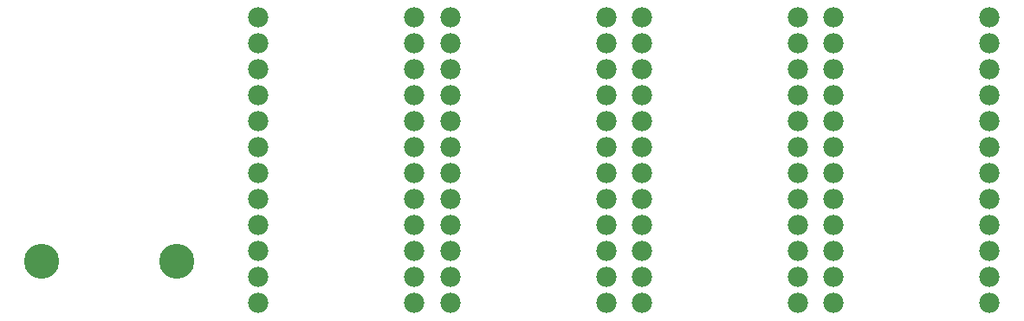
<source format=gbr>
G04 EAGLE Gerber RS-274X export*
G75*
%MOMM*%
%FSLAX34Y34*%
%LPD*%
%INSoldermask Bottom*%
%IPPOS*%
%AMOC8*
5,1,8,0,0,1.08239X$1,22.5*%
G01*
%ADD10C,3.429000*%
%ADD11C,1.981600*%


D10*
X151384Y73025D03*
X20066Y73025D03*
D11*
X384175Y311150D03*
X384175Y285750D03*
X384175Y260350D03*
X384175Y234950D03*
X384175Y209550D03*
X384175Y184150D03*
X384175Y158750D03*
X384175Y133350D03*
X384175Y107950D03*
X384175Y82550D03*
X384175Y57150D03*
X384175Y31750D03*
X231775Y31750D03*
X231775Y57150D03*
X231775Y82550D03*
X231775Y107950D03*
X231775Y133350D03*
X231775Y158750D03*
X231775Y184150D03*
X231775Y209550D03*
X231775Y234950D03*
X231775Y260350D03*
X231775Y285750D03*
X231775Y311150D03*
X571500Y311150D03*
X571500Y285750D03*
X571500Y260350D03*
X571500Y234950D03*
X571500Y209550D03*
X571500Y184150D03*
X571500Y158750D03*
X571500Y133350D03*
X571500Y107950D03*
X571500Y82550D03*
X571500Y57150D03*
X571500Y31750D03*
X419100Y31750D03*
X419100Y57150D03*
X419100Y82550D03*
X419100Y107950D03*
X419100Y133350D03*
X419100Y158750D03*
X419100Y184150D03*
X419100Y209550D03*
X419100Y234950D03*
X419100Y260350D03*
X419100Y285750D03*
X419100Y311150D03*
X758825Y311150D03*
X758825Y285750D03*
X758825Y260350D03*
X758825Y234950D03*
X758825Y209550D03*
X758825Y184150D03*
X758825Y158750D03*
X758825Y133350D03*
X758825Y107950D03*
X758825Y82550D03*
X758825Y57150D03*
X758825Y31750D03*
X606425Y31750D03*
X606425Y57150D03*
X606425Y82550D03*
X606425Y107950D03*
X606425Y133350D03*
X606425Y158750D03*
X606425Y184150D03*
X606425Y209550D03*
X606425Y234950D03*
X606425Y260350D03*
X606425Y285750D03*
X606425Y311150D03*
X946150Y311150D03*
X946150Y285750D03*
X946150Y260350D03*
X946150Y234950D03*
X946150Y209550D03*
X946150Y184150D03*
X946150Y158750D03*
X946150Y133350D03*
X946150Y107950D03*
X946150Y82550D03*
X946150Y57150D03*
X946150Y31750D03*
X793750Y31750D03*
X793750Y57150D03*
X793750Y82550D03*
X793750Y107950D03*
X793750Y133350D03*
X793750Y158750D03*
X793750Y184150D03*
X793750Y209550D03*
X793750Y234950D03*
X793750Y260350D03*
X793750Y285750D03*
X793750Y311150D03*
M02*

</source>
